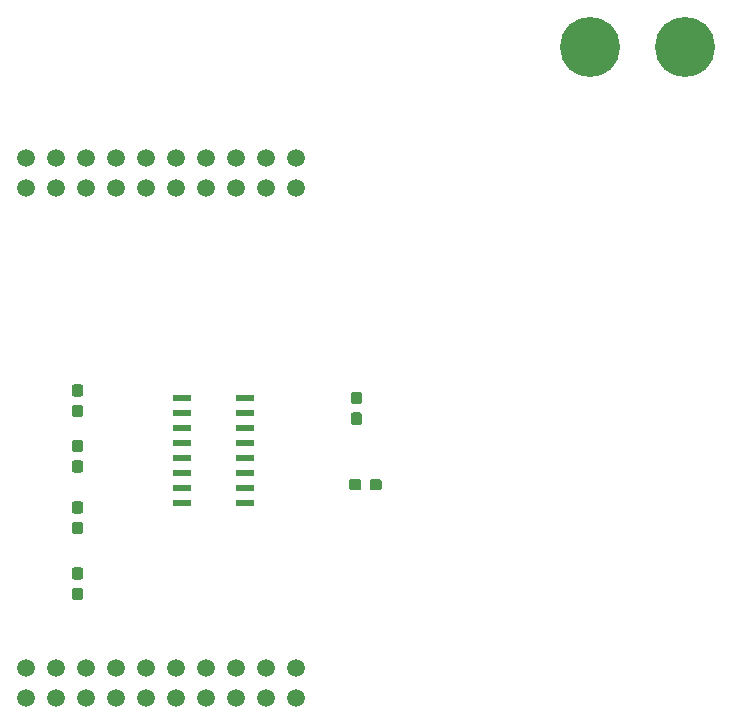
<source format=gbr>
G04 #@! TF.GenerationSoftware,KiCad,Pcbnew,(5.0.0)*
G04 #@! TF.CreationDate,2018-09-29T13:07:35-07:00*
G04 #@! TF.ProjectId,DriveBoard_Hardware,4472697665426F6172645F4861726477,rev?*
G04 #@! TF.SameCoordinates,Original*
G04 #@! TF.FileFunction,Paste,Top*
G04 #@! TF.FilePolarity,Positive*
%FSLAX46Y46*%
G04 Gerber Fmt 4.6, Leading zero omitted, Abs format (unit mm)*
G04 Created by KiCad (PCBNEW (5.0.0)) date 09/29/18 13:07:35*
%MOMM*%
%LPD*%
G01*
G04 APERTURE LIST*
%ADD10C,1.520000*%
%ADD11C,0.100000*%
%ADD12C,0.950000*%
%ADD13C,5.080000*%
%ADD14R,1.500000X0.600000*%
G04 APERTURE END LIST*
D10*
G04 #@! TO.C,U1*
X114935000Y-124460000D03*
X137795000Y-78740000D03*
X135255000Y-78740000D03*
X127635000Y-78740000D03*
X125095000Y-121920000D03*
X130175000Y-78740000D03*
X132715000Y-78740000D03*
X130175000Y-124460000D03*
X135255000Y-121920000D03*
X125095000Y-78740000D03*
X122555000Y-78740000D03*
X135255000Y-124460000D03*
X130175000Y-121920000D03*
X127635000Y-121920000D03*
X114935000Y-121920000D03*
X117475000Y-121920000D03*
X120015000Y-121920000D03*
X122555000Y-121920000D03*
X132715000Y-121920000D03*
X137795000Y-121920000D03*
X117475000Y-124460000D03*
X120015000Y-124460000D03*
X122555000Y-124460000D03*
X125095000Y-124460000D03*
X127635000Y-124460000D03*
X132715000Y-124460000D03*
X137795000Y-124460000D03*
X114935000Y-81280000D03*
X117475000Y-81280000D03*
X120015000Y-81280000D03*
X122555000Y-81280000D03*
X125095000Y-81280000D03*
X127635000Y-81280000D03*
X130175000Y-81280000D03*
X132715000Y-81280000D03*
X135255000Y-81280000D03*
X137795000Y-81280000D03*
X114935000Y-78740000D03*
X117475000Y-78740000D03*
X120015000Y-78740000D03*
G04 #@! TD*
D11*
G04 #@! TO.C,C1*
G36*
X119513779Y-102600144D02*
X119536834Y-102603563D01*
X119559443Y-102609227D01*
X119581387Y-102617079D01*
X119602457Y-102627044D01*
X119622448Y-102639026D01*
X119641168Y-102652910D01*
X119658438Y-102668562D01*
X119674090Y-102685832D01*
X119687974Y-102704552D01*
X119699956Y-102724543D01*
X119709921Y-102745613D01*
X119717773Y-102767557D01*
X119723437Y-102790166D01*
X119726856Y-102813221D01*
X119728000Y-102836500D01*
X119728000Y-103411500D01*
X119726856Y-103434779D01*
X119723437Y-103457834D01*
X119717773Y-103480443D01*
X119709921Y-103502387D01*
X119699956Y-103523457D01*
X119687974Y-103543448D01*
X119674090Y-103562168D01*
X119658438Y-103579438D01*
X119641168Y-103595090D01*
X119622448Y-103608974D01*
X119602457Y-103620956D01*
X119581387Y-103630921D01*
X119559443Y-103638773D01*
X119536834Y-103644437D01*
X119513779Y-103647856D01*
X119490500Y-103649000D01*
X119015500Y-103649000D01*
X118992221Y-103647856D01*
X118969166Y-103644437D01*
X118946557Y-103638773D01*
X118924613Y-103630921D01*
X118903543Y-103620956D01*
X118883552Y-103608974D01*
X118864832Y-103595090D01*
X118847562Y-103579438D01*
X118831910Y-103562168D01*
X118818026Y-103543448D01*
X118806044Y-103523457D01*
X118796079Y-103502387D01*
X118788227Y-103480443D01*
X118782563Y-103457834D01*
X118779144Y-103434779D01*
X118778000Y-103411500D01*
X118778000Y-102836500D01*
X118779144Y-102813221D01*
X118782563Y-102790166D01*
X118788227Y-102767557D01*
X118796079Y-102745613D01*
X118806044Y-102724543D01*
X118818026Y-102704552D01*
X118831910Y-102685832D01*
X118847562Y-102668562D01*
X118864832Y-102652910D01*
X118883552Y-102639026D01*
X118903543Y-102627044D01*
X118924613Y-102617079D01*
X118946557Y-102609227D01*
X118969166Y-102603563D01*
X118992221Y-102600144D01*
X119015500Y-102599000D01*
X119490500Y-102599000D01*
X119513779Y-102600144D01*
X119513779Y-102600144D01*
G37*
D12*
X119253000Y-103124000D03*
D11*
G36*
X119513779Y-104350144D02*
X119536834Y-104353563D01*
X119559443Y-104359227D01*
X119581387Y-104367079D01*
X119602457Y-104377044D01*
X119622448Y-104389026D01*
X119641168Y-104402910D01*
X119658438Y-104418562D01*
X119674090Y-104435832D01*
X119687974Y-104454552D01*
X119699956Y-104474543D01*
X119709921Y-104495613D01*
X119717773Y-104517557D01*
X119723437Y-104540166D01*
X119726856Y-104563221D01*
X119728000Y-104586500D01*
X119728000Y-105161500D01*
X119726856Y-105184779D01*
X119723437Y-105207834D01*
X119717773Y-105230443D01*
X119709921Y-105252387D01*
X119699956Y-105273457D01*
X119687974Y-105293448D01*
X119674090Y-105312168D01*
X119658438Y-105329438D01*
X119641168Y-105345090D01*
X119622448Y-105358974D01*
X119602457Y-105370956D01*
X119581387Y-105380921D01*
X119559443Y-105388773D01*
X119536834Y-105394437D01*
X119513779Y-105397856D01*
X119490500Y-105399000D01*
X119015500Y-105399000D01*
X118992221Y-105397856D01*
X118969166Y-105394437D01*
X118946557Y-105388773D01*
X118924613Y-105380921D01*
X118903543Y-105370956D01*
X118883552Y-105358974D01*
X118864832Y-105345090D01*
X118847562Y-105329438D01*
X118831910Y-105312168D01*
X118818026Y-105293448D01*
X118806044Y-105273457D01*
X118796079Y-105252387D01*
X118788227Y-105230443D01*
X118782563Y-105207834D01*
X118779144Y-105184779D01*
X118778000Y-105161500D01*
X118778000Y-104586500D01*
X118779144Y-104563221D01*
X118782563Y-104540166D01*
X118788227Y-104517557D01*
X118796079Y-104495613D01*
X118806044Y-104474543D01*
X118818026Y-104454552D01*
X118831910Y-104435832D01*
X118847562Y-104418562D01*
X118864832Y-104402910D01*
X118883552Y-104389026D01*
X118903543Y-104377044D01*
X118924613Y-104367079D01*
X118946557Y-104359227D01*
X118969166Y-104353563D01*
X118992221Y-104350144D01*
X119015500Y-104349000D01*
X119490500Y-104349000D01*
X119513779Y-104350144D01*
X119513779Y-104350144D01*
G37*
D12*
X119253000Y-104874000D03*
G04 #@! TD*
D11*
G04 #@! TO.C,C2*
G36*
X119513779Y-115159144D02*
X119536834Y-115162563D01*
X119559443Y-115168227D01*
X119581387Y-115176079D01*
X119602457Y-115186044D01*
X119622448Y-115198026D01*
X119641168Y-115211910D01*
X119658438Y-115227562D01*
X119674090Y-115244832D01*
X119687974Y-115263552D01*
X119699956Y-115283543D01*
X119709921Y-115304613D01*
X119717773Y-115326557D01*
X119723437Y-115349166D01*
X119726856Y-115372221D01*
X119728000Y-115395500D01*
X119728000Y-115970500D01*
X119726856Y-115993779D01*
X119723437Y-116016834D01*
X119717773Y-116039443D01*
X119709921Y-116061387D01*
X119699956Y-116082457D01*
X119687974Y-116102448D01*
X119674090Y-116121168D01*
X119658438Y-116138438D01*
X119641168Y-116154090D01*
X119622448Y-116167974D01*
X119602457Y-116179956D01*
X119581387Y-116189921D01*
X119559443Y-116197773D01*
X119536834Y-116203437D01*
X119513779Y-116206856D01*
X119490500Y-116208000D01*
X119015500Y-116208000D01*
X118992221Y-116206856D01*
X118969166Y-116203437D01*
X118946557Y-116197773D01*
X118924613Y-116189921D01*
X118903543Y-116179956D01*
X118883552Y-116167974D01*
X118864832Y-116154090D01*
X118847562Y-116138438D01*
X118831910Y-116121168D01*
X118818026Y-116102448D01*
X118806044Y-116082457D01*
X118796079Y-116061387D01*
X118788227Y-116039443D01*
X118782563Y-116016834D01*
X118779144Y-115993779D01*
X118778000Y-115970500D01*
X118778000Y-115395500D01*
X118779144Y-115372221D01*
X118782563Y-115349166D01*
X118788227Y-115326557D01*
X118796079Y-115304613D01*
X118806044Y-115283543D01*
X118818026Y-115263552D01*
X118831910Y-115244832D01*
X118847562Y-115227562D01*
X118864832Y-115211910D01*
X118883552Y-115198026D01*
X118903543Y-115186044D01*
X118924613Y-115176079D01*
X118946557Y-115168227D01*
X118969166Y-115162563D01*
X118992221Y-115159144D01*
X119015500Y-115158000D01*
X119490500Y-115158000D01*
X119513779Y-115159144D01*
X119513779Y-115159144D01*
G37*
D12*
X119253000Y-115683000D03*
D11*
G36*
X119513779Y-113409144D02*
X119536834Y-113412563D01*
X119559443Y-113418227D01*
X119581387Y-113426079D01*
X119602457Y-113436044D01*
X119622448Y-113448026D01*
X119641168Y-113461910D01*
X119658438Y-113477562D01*
X119674090Y-113494832D01*
X119687974Y-113513552D01*
X119699956Y-113533543D01*
X119709921Y-113554613D01*
X119717773Y-113576557D01*
X119723437Y-113599166D01*
X119726856Y-113622221D01*
X119728000Y-113645500D01*
X119728000Y-114220500D01*
X119726856Y-114243779D01*
X119723437Y-114266834D01*
X119717773Y-114289443D01*
X119709921Y-114311387D01*
X119699956Y-114332457D01*
X119687974Y-114352448D01*
X119674090Y-114371168D01*
X119658438Y-114388438D01*
X119641168Y-114404090D01*
X119622448Y-114417974D01*
X119602457Y-114429956D01*
X119581387Y-114439921D01*
X119559443Y-114447773D01*
X119536834Y-114453437D01*
X119513779Y-114456856D01*
X119490500Y-114458000D01*
X119015500Y-114458000D01*
X118992221Y-114456856D01*
X118969166Y-114453437D01*
X118946557Y-114447773D01*
X118924613Y-114439921D01*
X118903543Y-114429956D01*
X118883552Y-114417974D01*
X118864832Y-114404090D01*
X118847562Y-114388438D01*
X118831910Y-114371168D01*
X118818026Y-114352448D01*
X118806044Y-114332457D01*
X118796079Y-114311387D01*
X118788227Y-114289443D01*
X118782563Y-114266834D01*
X118779144Y-114243779D01*
X118778000Y-114220500D01*
X118778000Y-113645500D01*
X118779144Y-113622221D01*
X118782563Y-113599166D01*
X118788227Y-113576557D01*
X118796079Y-113554613D01*
X118806044Y-113533543D01*
X118818026Y-113513552D01*
X118831910Y-113494832D01*
X118847562Y-113477562D01*
X118864832Y-113461910D01*
X118883552Y-113448026D01*
X118903543Y-113436044D01*
X118924613Y-113426079D01*
X118946557Y-113418227D01*
X118969166Y-113412563D01*
X118992221Y-113409144D01*
X119015500Y-113408000D01*
X119490500Y-113408000D01*
X119513779Y-113409144D01*
X119513779Y-113409144D01*
G37*
D12*
X119253000Y-113933000D03*
G04 #@! TD*
D11*
G04 #@! TO.C,C3*
G36*
X144822779Y-105952144D02*
X144845834Y-105955563D01*
X144868443Y-105961227D01*
X144890387Y-105969079D01*
X144911457Y-105979044D01*
X144931448Y-105991026D01*
X144950168Y-106004910D01*
X144967438Y-106020562D01*
X144983090Y-106037832D01*
X144996974Y-106056552D01*
X145008956Y-106076543D01*
X145018921Y-106097613D01*
X145026773Y-106119557D01*
X145032437Y-106142166D01*
X145035856Y-106165221D01*
X145037000Y-106188500D01*
X145037000Y-106663500D01*
X145035856Y-106686779D01*
X145032437Y-106709834D01*
X145026773Y-106732443D01*
X145018921Y-106754387D01*
X145008956Y-106775457D01*
X144996974Y-106795448D01*
X144983090Y-106814168D01*
X144967438Y-106831438D01*
X144950168Y-106847090D01*
X144931448Y-106860974D01*
X144911457Y-106872956D01*
X144890387Y-106882921D01*
X144868443Y-106890773D01*
X144845834Y-106896437D01*
X144822779Y-106899856D01*
X144799500Y-106901000D01*
X144224500Y-106901000D01*
X144201221Y-106899856D01*
X144178166Y-106896437D01*
X144155557Y-106890773D01*
X144133613Y-106882921D01*
X144112543Y-106872956D01*
X144092552Y-106860974D01*
X144073832Y-106847090D01*
X144056562Y-106831438D01*
X144040910Y-106814168D01*
X144027026Y-106795448D01*
X144015044Y-106775457D01*
X144005079Y-106754387D01*
X143997227Y-106732443D01*
X143991563Y-106709834D01*
X143988144Y-106686779D01*
X143987000Y-106663500D01*
X143987000Y-106188500D01*
X143988144Y-106165221D01*
X143991563Y-106142166D01*
X143997227Y-106119557D01*
X144005079Y-106097613D01*
X144015044Y-106076543D01*
X144027026Y-106056552D01*
X144040910Y-106037832D01*
X144056562Y-106020562D01*
X144073832Y-106004910D01*
X144092552Y-105991026D01*
X144112543Y-105979044D01*
X144133613Y-105969079D01*
X144155557Y-105961227D01*
X144178166Y-105955563D01*
X144201221Y-105952144D01*
X144224500Y-105951000D01*
X144799500Y-105951000D01*
X144822779Y-105952144D01*
X144822779Y-105952144D01*
G37*
D12*
X144512000Y-106426000D03*
D11*
G36*
X143072779Y-105952144D02*
X143095834Y-105955563D01*
X143118443Y-105961227D01*
X143140387Y-105969079D01*
X143161457Y-105979044D01*
X143181448Y-105991026D01*
X143200168Y-106004910D01*
X143217438Y-106020562D01*
X143233090Y-106037832D01*
X143246974Y-106056552D01*
X143258956Y-106076543D01*
X143268921Y-106097613D01*
X143276773Y-106119557D01*
X143282437Y-106142166D01*
X143285856Y-106165221D01*
X143287000Y-106188500D01*
X143287000Y-106663500D01*
X143285856Y-106686779D01*
X143282437Y-106709834D01*
X143276773Y-106732443D01*
X143268921Y-106754387D01*
X143258956Y-106775457D01*
X143246974Y-106795448D01*
X143233090Y-106814168D01*
X143217438Y-106831438D01*
X143200168Y-106847090D01*
X143181448Y-106860974D01*
X143161457Y-106872956D01*
X143140387Y-106882921D01*
X143118443Y-106890773D01*
X143095834Y-106896437D01*
X143072779Y-106899856D01*
X143049500Y-106901000D01*
X142474500Y-106901000D01*
X142451221Y-106899856D01*
X142428166Y-106896437D01*
X142405557Y-106890773D01*
X142383613Y-106882921D01*
X142362543Y-106872956D01*
X142342552Y-106860974D01*
X142323832Y-106847090D01*
X142306562Y-106831438D01*
X142290910Y-106814168D01*
X142277026Y-106795448D01*
X142265044Y-106775457D01*
X142255079Y-106754387D01*
X142247227Y-106732443D01*
X142241563Y-106709834D01*
X142238144Y-106686779D01*
X142237000Y-106663500D01*
X142237000Y-106188500D01*
X142238144Y-106165221D01*
X142241563Y-106142166D01*
X142247227Y-106119557D01*
X142255079Y-106097613D01*
X142265044Y-106076543D01*
X142277026Y-106056552D01*
X142290910Y-106037832D01*
X142306562Y-106020562D01*
X142323832Y-106004910D01*
X142342552Y-105991026D01*
X142362543Y-105979044D01*
X142383613Y-105969079D01*
X142405557Y-105961227D01*
X142428166Y-105955563D01*
X142451221Y-105952144D01*
X142474500Y-105951000D01*
X143049500Y-105951000D01*
X143072779Y-105952144D01*
X143072779Y-105952144D01*
G37*
D12*
X142762000Y-106426000D03*
G04 #@! TD*
D11*
G04 #@! TO.C,C4*
G36*
X119513779Y-97915144D02*
X119536834Y-97918563D01*
X119559443Y-97924227D01*
X119581387Y-97932079D01*
X119602457Y-97942044D01*
X119622448Y-97954026D01*
X119641168Y-97967910D01*
X119658438Y-97983562D01*
X119674090Y-98000832D01*
X119687974Y-98019552D01*
X119699956Y-98039543D01*
X119709921Y-98060613D01*
X119717773Y-98082557D01*
X119723437Y-98105166D01*
X119726856Y-98128221D01*
X119728000Y-98151500D01*
X119728000Y-98726500D01*
X119726856Y-98749779D01*
X119723437Y-98772834D01*
X119717773Y-98795443D01*
X119709921Y-98817387D01*
X119699956Y-98838457D01*
X119687974Y-98858448D01*
X119674090Y-98877168D01*
X119658438Y-98894438D01*
X119641168Y-98910090D01*
X119622448Y-98923974D01*
X119602457Y-98935956D01*
X119581387Y-98945921D01*
X119559443Y-98953773D01*
X119536834Y-98959437D01*
X119513779Y-98962856D01*
X119490500Y-98964000D01*
X119015500Y-98964000D01*
X118992221Y-98962856D01*
X118969166Y-98959437D01*
X118946557Y-98953773D01*
X118924613Y-98945921D01*
X118903543Y-98935956D01*
X118883552Y-98923974D01*
X118864832Y-98910090D01*
X118847562Y-98894438D01*
X118831910Y-98877168D01*
X118818026Y-98858448D01*
X118806044Y-98838457D01*
X118796079Y-98817387D01*
X118788227Y-98795443D01*
X118782563Y-98772834D01*
X118779144Y-98749779D01*
X118778000Y-98726500D01*
X118778000Y-98151500D01*
X118779144Y-98128221D01*
X118782563Y-98105166D01*
X118788227Y-98082557D01*
X118796079Y-98060613D01*
X118806044Y-98039543D01*
X118818026Y-98019552D01*
X118831910Y-98000832D01*
X118847562Y-97983562D01*
X118864832Y-97967910D01*
X118883552Y-97954026D01*
X118903543Y-97942044D01*
X118924613Y-97932079D01*
X118946557Y-97924227D01*
X118969166Y-97918563D01*
X118992221Y-97915144D01*
X119015500Y-97914000D01*
X119490500Y-97914000D01*
X119513779Y-97915144D01*
X119513779Y-97915144D01*
G37*
D12*
X119253000Y-98439000D03*
D11*
G36*
X119513779Y-99665144D02*
X119536834Y-99668563D01*
X119559443Y-99674227D01*
X119581387Y-99682079D01*
X119602457Y-99692044D01*
X119622448Y-99704026D01*
X119641168Y-99717910D01*
X119658438Y-99733562D01*
X119674090Y-99750832D01*
X119687974Y-99769552D01*
X119699956Y-99789543D01*
X119709921Y-99810613D01*
X119717773Y-99832557D01*
X119723437Y-99855166D01*
X119726856Y-99878221D01*
X119728000Y-99901500D01*
X119728000Y-100476500D01*
X119726856Y-100499779D01*
X119723437Y-100522834D01*
X119717773Y-100545443D01*
X119709921Y-100567387D01*
X119699956Y-100588457D01*
X119687974Y-100608448D01*
X119674090Y-100627168D01*
X119658438Y-100644438D01*
X119641168Y-100660090D01*
X119622448Y-100673974D01*
X119602457Y-100685956D01*
X119581387Y-100695921D01*
X119559443Y-100703773D01*
X119536834Y-100709437D01*
X119513779Y-100712856D01*
X119490500Y-100714000D01*
X119015500Y-100714000D01*
X118992221Y-100712856D01*
X118969166Y-100709437D01*
X118946557Y-100703773D01*
X118924613Y-100695921D01*
X118903543Y-100685956D01*
X118883552Y-100673974D01*
X118864832Y-100660090D01*
X118847562Y-100644438D01*
X118831910Y-100627168D01*
X118818026Y-100608448D01*
X118806044Y-100588457D01*
X118796079Y-100567387D01*
X118788227Y-100545443D01*
X118782563Y-100522834D01*
X118779144Y-100499779D01*
X118778000Y-100476500D01*
X118778000Y-99901500D01*
X118779144Y-99878221D01*
X118782563Y-99855166D01*
X118788227Y-99832557D01*
X118796079Y-99810613D01*
X118806044Y-99789543D01*
X118818026Y-99769552D01*
X118831910Y-99750832D01*
X118847562Y-99733562D01*
X118864832Y-99717910D01*
X118883552Y-99704026D01*
X118903543Y-99692044D01*
X118924613Y-99682079D01*
X118946557Y-99674227D01*
X118969166Y-99668563D01*
X118992221Y-99665144D01*
X119015500Y-99664000D01*
X119490500Y-99664000D01*
X119513779Y-99665144D01*
X119513779Y-99665144D01*
G37*
D12*
X119253000Y-100189000D03*
G04 #@! TD*
D11*
G04 #@! TO.C,C5*
G36*
X119513779Y-109571144D02*
X119536834Y-109574563D01*
X119559443Y-109580227D01*
X119581387Y-109588079D01*
X119602457Y-109598044D01*
X119622448Y-109610026D01*
X119641168Y-109623910D01*
X119658438Y-109639562D01*
X119674090Y-109656832D01*
X119687974Y-109675552D01*
X119699956Y-109695543D01*
X119709921Y-109716613D01*
X119717773Y-109738557D01*
X119723437Y-109761166D01*
X119726856Y-109784221D01*
X119728000Y-109807500D01*
X119728000Y-110382500D01*
X119726856Y-110405779D01*
X119723437Y-110428834D01*
X119717773Y-110451443D01*
X119709921Y-110473387D01*
X119699956Y-110494457D01*
X119687974Y-110514448D01*
X119674090Y-110533168D01*
X119658438Y-110550438D01*
X119641168Y-110566090D01*
X119622448Y-110579974D01*
X119602457Y-110591956D01*
X119581387Y-110601921D01*
X119559443Y-110609773D01*
X119536834Y-110615437D01*
X119513779Y-110618856D01*
X119490500Y-110620000D01*
X119015500Y-110620000D01*
X118992221Y-110618856D01*
X118969166Y-110615437D01*
X118946557Y-110609773D01*
X118924613Y-110601921D01*
X118903543Y-110591956D01*
X118883552Y-110579974D01*
X118864832Y-110566090D01*
X118847562Y-110550438D01*
X118831910Y-110533168D01*
X118818026Y-110514448D01*
X118806044Y-110494457D01*
X118796079Y-110473387D01*
X118788227Y-110451443D01*
X118782563Y-110428834D01*
X118779144Y-110405779D01*
X118778000Y-110382500D01*
X118778000Y-109807500D01*
X118779144Y-109784221D01*
X118782563Y-109761166D01*
X118788227Y-109738557D01*
X118796079Y-109716613D01*
X118806044Y-109695543D01*
X118818026Y-109675552D01*
X118831910Y-109656832D01*
X118847562Y-109639562D01*
X118864832Y-109623910D01*
X118883552Y-109610026D01*
X118903543Y-109598044D01*
X118924613Y-109588079D01*
X118946557Y-109580227D01*
X118969166Y-109574563D01*
X118992221Y-109571144D01*
X119015500Y-109570000D01*
X119490500Y-109570000D01*
X119513779Y-109571144D01*
X119513779Y-109571144D01*
G37*
D12*
X119253000Y-110095000D03*
D11*
G36*
X119513779Y-107821144D02*
X119536834Y-107824563D01*
X119559443Y-107830227D01*
X119581387Y-107838079D01*
X119602457Y-107848044D01*
X119622448Y-107860026D01*
X119641168Y-107873910D01*
X119658438Y-107889562D01*
X119674090Y-107906832D01*
X119687974Y-107925552D01*
X119699956Y-107945543D01*
X119709921Y-107966613D01*
X119717773Y-107988557D01*
X119723437Y-108011166D01*
X119726856Y-108034221D01*
X119728000Y-108057500D01*
X119728000Y-108632500D01*
X119726856Y-108655779D01*
X119723437Y-108678834D01*
X119717773Y-108701443D01*
X119709921Y-108723387D01*
X119699956Y-108744457D01*
X119687974Y-108764448D01*
X119674090Y-108783168D01*
X119658438Y-108800438D01*
X119641168Y-108816090D01*
X119622448Y-108829974D01*
X119602457Y-108841956D01*
X119581387Y-108851921D01*
X119559443Y-108859773D01*
X119536834Y-108865437D01*
X119513779Y-108868856D01*
X119490500Y-108870000D01*
X119015500Y-108870000D01*
X118992221Y-108868856D01*
X118969166Y-108865437D01*
X118946557Y-108859773D01*
X118924613Y-108851921D01*
X118903543Y-108841956D01*
X118883552Y-108829974D01*
X118864832Y-108816090D01*
X118847562Y-108800438D01*
X118831910Y-108783168D01*
X118818026Y-108764448D01*
X118806044Y-108744457D01*
X118796079Y-108723387D01*
X118788227Y-108701443D01*
X118782563Y-108678834D01*
X118779144Y-108655779D01*
X118778000Y-108632500D01*
X118778000Y-108057500D01*
X118779144Y-108034221D01*
X118782563Y-108011166D01*
X118788227Y-107988557D01*
X118796079Y-107966613D01*
X118806044Y-107945543D01*
X118818026Y-107925552D01*
X118831910Y-107906832D01*
X118847562Y-107889562D01*
X118864832Y-107873910D01*
X118883552Y-107860026D01*
X118903543Y-107848044D01*
X118924613Y-107838079D01*
X118946557Y-107830227D01*
X118969166Y-107824563D01*
X118992221Y-107821144D01*
X119015500Y-107820000D01*
X119490500Y-107820000D01*
X119513779Y-107821144D01*
X119513779Y-107821144D01*
G37*
D12*
X119253000Y-108345000D03*
G04 #@! TD*
D11*
G04 #@! TO.C,C6*
G36*
X143135779Y-100300144D02*
X143158834Y-100303563D01*
X143181443Y-100309227D01*
X143203387Y-100317079D01*
X143224457Y-100327044D01*
X143244448Y-100339026D01*
X143263168Y-100352910D01*
X143280438Y-100368562D01*
X143296090Y-100385832D01*
X143309974Y-100404552D01*
X143321956Y-100424543D01*
X143331921Y-100445613D01*
X143339773Y-100467557D01*
X143345437Y-100490166D01*
X143348856Y-100513221D01*
X143350000Y-100536500D01*
X143350000Y-101111500D01*
X143348856Y-101134779D01*
X143345437Y-101157834D01*
X143339773Y-101180443D01*
X143331921Y-101202387D01*
X143321956Y-101223457D01*
X143309974Y-101243448D01*
X143296090Y-101262168D01*
X143280438Y-101279438D01*
X143263168Y-101295090D01*
X143244448Y-101308974D01*
X143224457Y-101320956D01*
X143203387Y-101330921D01*
X143181443Y-101338773D01*
X143158834Y-101344437D01*
X143135779Y-101347856D01*
X143112500Y-101349000D01*
X142637500Y-101349000D01*
X142614221Y-101347856D01*
X142591166Y-101344437D01*
X142568557Y-101338773D01*
X142546613Y-101330921D01*
X142525543Y-101320956D01*
X142505552Y-101308974D01*
X142486832Y-101295090D01*
X142469562Y-101279438D01*
X142453910Y-101262168D01*
X142440026Y-101243448D01*
X142428044Y-101223457D01*
X142418079Y-101202387D01*
X142410227Y-101180443D01*
X142404563Y-101157834D01*
X142401144Y-101134779D01*
X142400000Y-101111500D01*
X142400000Y-100536500D01*
X142401144Y-100513221D01*
X142404563Y-100490166D01*
X142410227Y-100467557D01*
X142418079Y-100445613D01*
X142428044Y-100424543D01*
X142440026Y-100404552D01*
X142453910Y-100385832D01*
X142469562Y-100368562D01*
X142486832Y-100352910D01*
X142505552Y-100339026D01*
X142525543Y-100327044D01*
X142546613Y-100317079D01*
X142568557Y-100309227D01*
X142591166Y-100303563D01*
X142614221Y-100300144D01*
X142637500Y-100299000D01*
X143112500Y-100299000D01*
X143135779Y-100300144D01*
X143135779Y-100300144D01*
G37*
D12*
X142875000Y-100824000D03*
D11*
G36*
X143135779Y-98550144D02*
X143158834Y-98553563D01*
X143181443Y-98559227D01*
X143203387Y-98567079D01*
X143224457Y-98577044D01*
X143244448Y-98589026D01*
X143263168Y-98602910D01*
X143280438Y-98618562D01*
X143296090Y-98635832D01*
X143309974Y-98654552D01*
X143321956Y-98674543D01*
X143331921Y-98695613D01*
X143339773Y-98717557D01*
X143345437Y-98740166D01*
X143348856Y-98763221D01*
X143350000Y-98786500D01*
X143350000Y-99361500D01*
X143348856Y-99384779D01*
X143345437Y-99407834D01*
X143339773Y-99430443D01*
X143331921Y-99452387D01*
X143321956Y-99473457D01*
X143309974Y-99493448D01*
X143296090Y-99512168D01*
X143280438Y-99529438D01*
X143263168Y-99545090D01*
X143244448Y-99558974D01*
X143224457Y-99570956D01*
X143203387Y-99580921D01*
X143181443Y-99588773D01*
X143158834Y-99594437D01*
X143135779Y-99597856D01*
X143112500Y-99599000D01*
X142637500Y-99599000D01*
X142614221Y-99597856D01*
X142591166Y-99594437D01*
X142568557Y-99588773D01*
X142546613Y-99580921D01*
X142525543Y-99570956D01*
X142505552Y-99558974D01*
X142486832Y-99545090D01*
X142469562Y-99529438D01*
X142453910Y-99512168D01*
X142440026Y-99493448D01*
X142428044Y-99473457D01*
X142418079Y-99452387D01*
X142410227Y-99430443D01*
X142404563Y-99407834D01*
X142401144Y-99384779D01*
X142400000Y-99361500D01*
X142400000Y-98786500D01*
X142401144Y-98763221D01*
X142404563Y-98740166D01*
X142410227Y-98717557D01*
X142418079Y-98695613D01*
X142428044Y-98674543D01*
X142440026Y-98654552D01*
X142453910Y-98635832D01*
X142469562Y-98618562D01*
X142486832Y-98602910D01*
X142505552Y-98589026D01*
X142525543Y-98577044D01*
X142546613Y-98567079D01*
X142568557Y-98559227D01*
X142591166Y-98553563D01*
X142614221Y-98550144D01*
X142637500Y-98549000D01*
X143112500Y-98549000D01*
X143135779Y-98550144D01*
X143135779Y-98550144D01*
G37*
D12*
X142875000Y-99074000D03*
G04 #@! TD*
D13*
G04 #@! TO.C,Conn1*
X162686000Y-69367400D03*
X170687000Y-69367400D03*
G04 #@! TD*
D14*
G04 #@! TO.C,U2*
X128077000Y-99060000D03*
X128077000Y-100330000D03*
X128077000Y-101600000D03*
X128077000Y-102870000D03*
X128077000Y-104140000D03*
X128077000Y-105410000D03*
X128077000Y-106680000D03*
X128077000Y-107950000D03*
X133477000Y-107950000D03*
X133477000Y-106680000D03*
X133477000Y-105410000D03*
X133477000Y-104140000D03*
X133477000Y-102870000D03*
X133477000Y-101600000D03*
X133477000Y-100330000D03*
X133477000Y-99060000D03*
G04 #@! TD*
M02*

</source>
